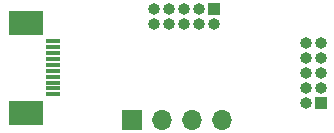
<source format=gbr>
%TF.GenerationSoftware,KiCad,Pcbnew,6.0.7-f9a2dced07~116~ubuntu20.04.1*%
%TF.CreationDate,2022-09-24T19:22:11+02:00*%
%TF.ProjectId,SRRReceiverProgrammerAdaptorBoard,53525252-6563-4656-9976-657250726f67,rev?*%
%TF.SameCoordinates,Original*%
%TF.FileFunction,Soldermask,Top*%
%TF.FilePolarity,Negative*%
%FSLAX46Y46*%
G04 Gerber Fmt 4.6, Leading zero omitted, Abs format (unit mm)*
G04 Created by KiCad (PCBNEW 6.0.7-f9a2dced07~116~ubuntu20.04.1) date 2022-09-24 19:22:11*
%MOMM*%
%LPD*%
G01*
G04 APERTURE LIST*
%ADD10R,1.700000X1.700000*%
%ADD11O,1.700000X1.700000*%
%ADD12R,1.000000X1.000000*%
%ADD13O,1.000000X1.000000*%
%ADD14R,1.250000X0.300000*%
%ADD15R,3.000000X2.000000*%
G04 APERTURE END LIST*
D10*
%TO.C,J5*%
X125000000Y-96400000D03*
D11*
X127540000Y-96400000D03*
X130080000Y-96400000D03*
X132620000Y-96400000D03*
%TD*%
D12*
%TO.C,J3*%
X141000000Y-95000000D03*
D13*
X139730000Y-95000000D03*
X141000000Y-93730000D03*
X139730000Y-93730000D03*
X141000000Y-92460000D03*
X139730000Y-92460000D03*
X141000000Y-91190000D03*
X139730000Y-91190000D03*
X141000000Y-89920000D03*
X139730000Y-89920000D03*
%TD*%
D12*
%TO.C,J2*%
X132000000Y-87000000D03*
D13*
X132000000Y-88270000D03*
X130730000Y-87000000D03*
X130730000Y-88270000D03*
X129460000Y-87000000D03*
X129460000Y-88270000D03*
X128190000Y-87000000D03*
X128190000Y-88270000D03*
X126920000Y-87000000D03*
X126920000Y-88270000D03*
%TD*%
D14*
%TO.C,J1*%
X118350000Y-89750000D03*
X118350000Y-90250000D03*
X118350000Y-90750000D03*
X118350000Y-91250000D03*
X118350000Y-91750000D03*
X118350000Y-92250000D03*
X118350000Y-92750000D03*
X118350000Y-93250000D03*
X118350000Y-93750000D03*
X118350000Y-94250000D03*
D15*
X116030000Y-95790000D03*
X116030000Y-88210000D03*
%TD*%
M02*

</source>
